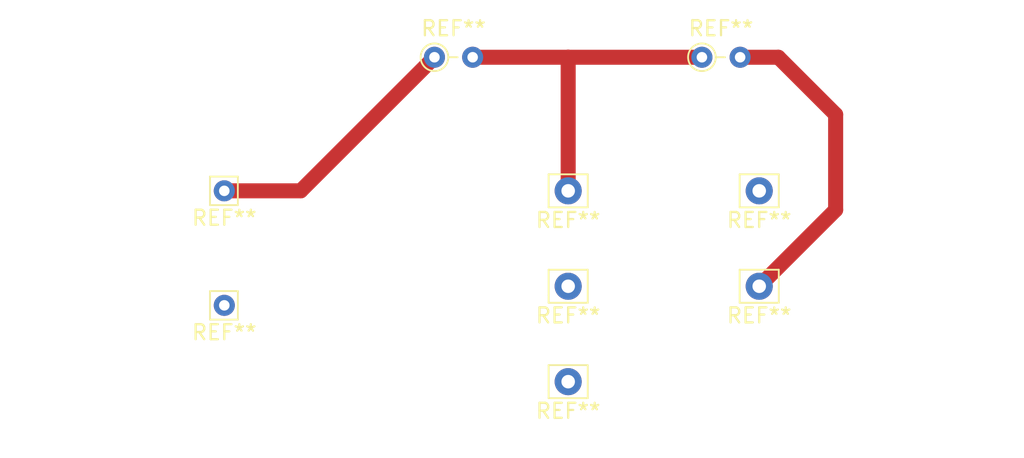
<source format=kicad_pcb>
(kicad_pcb (version 20171130) (host pcbnew "(5.1.4)-1")

  (general
    (thickness 1.6)
    (drawings 0)
    (tracks 9)
    (zones 0)
    (modules 9)
    (nets 3)
  )

  (page A4)
  (layers
    (0 F.Cu signal)
    (31 B.Cu signal)
    (32 B.Adhes user)
    (33 F.Adhes user)
    (34 B.Paste user)
    (35 F.Paste user)
    (36 B.SilkS user)
    (37 F.SilkS user)
    (38 B.Mask user)
    (39 F.Mask user)
    (40 Dwgs.User user)
    (41 Cmts.User user)
    (42 Eco1.User user)
    (43 Eco2.User user)
    (44 Edge.Cuts user)
    (45 Margin user)
    (46 B.CrtYd user)
    (47 F.CrtYd user)
    (48 B.Fab user)
    (49 F.Fab user)
  )

  (setup
    (last_trace_width 0.25)
    (user_trace_width 1)
    (trace_clearance 0.2)
    (zone_clearance 0.508)
    (zone_45_only no)
    (trace_min 0.2)
    (via_size 0.8)
    (via_drill 0.4)
    (via_min_size 0.4)
    (via_min_drill 0.3)
    (uvia_size 0.3)
    (uvia_drill 0.1)
    (uvias_allowed no)
    (uvia_min_size 0.2)
    (uvia_min_drill 0.1)
    (edge_width 0.05)
    (segment_width 0.2)
    (pcb_text_width 0.3)
    (pcb_text_size 1.5 1.5)
    (mod_edge_width 0.12)
    (mod_text_size 1 1)
    (mod_text_width 0.15)
    (pad_size 1.524 1.524)
    (pad_drill 0.762)
    (pad_to_mask_clearance 0.051)
    (solder_mask_min_width 0.25)
    (aux_axis_origin 0 0)
    (visible_elements 7FFFFFFF)
    (pcbplotparams
      (layerselection 0x010fc_ffffffff)
      (usegerberextensions false)
      (usegerberattributes false)
      (usegerberadvancedattributes false)
      (creategerberjobfile false)
      (excludeedgelayer true)
      (linewidth 0.100000)
      (plotframeref false)
      (viasonmask false)
      (mode 1)
      (useauxorigin false)
      (hpglpennumber 1)
      (hpglpenspeed 20)
      (hpglpendiameter 15.000000)
      (psnegative false)
      (psa4output false)
      (plotreference true)
      (plotvalue true)
      (plotinvisibletext false)
      (padsonsilk false)
      (subtractmaskfromsilk false)
      (outputformat 1)
      (mirror false)
      (drillshape 1)
      (scaleselection 1)
      (outputdirectory ""))
  )

  (net 0 "")
  (net 1 "Net-(R1-Pad1)")
  (net 2 GND)

  (net_class Default "Esta es la clase de red por defecto."
    (clearance 0.2)
    (trace_width 0.25)
    (via_dia 0.8)
    (via_drill 0.4)
    (uvia_dia 0.3)
    (uvia_drill 0.1)
  )

  (module Connector_Pin:Pin_D0.9mm_L10.0mm_W2.4mm_FlatFork (layer F.Cu) (tedit 5A1DC084) (tstamp 5DB9C0DF)
    (at 139.7 99.06)
    (descr "solder Pin_ with flat fork, hole diameter 0.9mm, length 10.0mm, width 2.4mm")
    (tags "solder Pin_ with flat fork")
    (fp_text reference REF** (at 0 1.95) (layer F.SilkS)
      (effects (font (size 1 1) (thickness 0.15)))
    )
    (fp_text value Pin_D0.9mm_L10.0mm_W2.4mm_FlatFork (at 0 -2.05) (layer F.Fab)
      (effects (font (size 1 1) (thickness 0.15)))
    )
    (fp_line (start 1.7 1.4) (end -1.7 1.4) (layer F.CrtYd) (width 0.05))
    (fp_line (start 1.7 1.4) (end 1.7 -1.4) (layer F.CrtYd) (width 0.05))
    (fp_line (start -1.7 -1.4) (end -1.7 1.4) (layer F.CrtYd) (width 0.05))
    (fp_line (start -1.7 -1.4) (end 1.7 -1.4) (layer F.CrtYd) (width 0.05))
    (fp_line (start 1.2 -0.25) (end -1.2 -0.25) (layer F.Fab) (width 0.12))
    (fp_line (start 1.2 0.25) (end 1.2 -0.25) (layer F.Fab) (width 0.12))
    (fp_line (start -1.2 0.25) (end 1.2 0.25) (layer F.Fab) (width 0.12))
    (fp_line (start -1.2 -0.25) (end -1.2 0.25) (layer F.Fab) (width 0.12))
    (fp_line (start 1.3 -1.1) (end -1.3 -1.1) (layer F.SilkS) (width 0.12))
    (fp_line (start 1.3 1.1) (end 1.3 -1.1) (layer F.SilkS) (width 0.12))
    (fp_line (start -1.3 1.1) (end 1.3 1.1) (layer F.SilkS) (width 0.12))
    (fp_line (start -1.3 0.6) (end -1.3 1.1) (layer F.SilkS) (width 0.12))
    (fp_line (start -1.3 -1.1) (end -1.3 0.6) (layer F.SilkS) (width 0.12))
    (fp_text user %R (at 0 1.95) (layer F.Fab)
      (effects (font (size 1 1) (thickness 0.15)))
    )
    (pad 1 thru_hole circle (at 0 0) (size 1.8 1.8) (drill 0.9) (layers *.Cu *.Mask))
    (model ${KISYS3DMOD}/Connector_Pin.3dshapes/Pin_D0.9mm_L10.0mm_W2.4mm_FlatFork.wrl
      (at (xyz 0 0 0))
      (scale (xyz 1 1 1))
      (rotate (xyz 0 0 0))
    )
  )

  (module Connector_Pin:Pin_D0.9mm_L10.0mm_W2.4mm_FlatFork (layer F.Cu) (tedit 5A1DC084) (tstamp 5DB9C096)
    (at 152.4 86.36)
    (descr "solder Pin_ with flat fork, hole diameter 0.9mm, length 10.0mm, width 2.4mm")
    (tags "solder Pin_ with flat fork")
    (fp_text reference REF** (at 0 1.95) (layer F.SilkS)
      (effects (font (size 1 1) (thickness 0.15)))
    )
    (fp_text value Pin_D0.9mm_L10.0mm_W2.4mm_FlatFork (at 0 -2.05) (layer F.Fab)
      (effects (font (size 1 1) (thickness 0.15)))
    )
    (fp_line (start 1.7 1.4) (end -1.7 1.4) (layer F.CrtYd) (width 0.05))
    (fp_line (start 1.7 1.4) (end 1.7 -1.4) (layer F.CrtYd) (width 0.05))
    (fp_line (start -1.7 -1.4) (end -1.7 1.4) (layer F.CrtYd) (width 0.05))
    (fp_line (start -1.7 -1.4) (end 1.7 -1.4) (layer F.CrtYd) (width 0.05))
    (fp_line (start 1.2 -0.25) (end -1.2 -0.25) (layer F.Fab) (width 0.12))
    (fp_line (start 1.2 0.25) (end 1.2 -0.25) (layer F.Fab) (width 0.12))
    (fp_line (start -1.2 0.25) (end 1.2 0.25) (layer F.Fab) (width 0.12))
    (fp_line (start -1.2 -0.25) (end -1.2 0.25) (layer F.Fab) (width 0.12))
    (fp_line (start 1.3 -1.1) (end -1.3 -1.1) (layer F.SilkS) (width 0.12))
    (fp_line (start 1.3 1.1) (end 1.3 -1.1) (layer F.SilkS) (width 0.12))
    (fp_line (start -1.3 1.1) (end 1.3 1.1) (layer F.SilkS) (width 0.12))
    (fp_line (start -1.3 0.6) (end -1.3 1.1) (layer F.SilkS) (width 0.12))
    (fp_line (start -1.3 -1.1) (end -1.3 0.6) (layer F.SilkS) (width 0.12))
    (fp_text user %R (at 0 1.95) (layer F.Fab)
      (effects (font (size 1 1) (thickness 0.15)))
    )
    (pad 1 thru_hole circle (at 0 0) (size 1.8 1.8) (drill 0.9) (layers *.Cu *.Mask))
    (model ${KISYS3DMOD}/Connector_Pin.3dshapes/Pin_D0.9mm_L10.0mm_W2.4mm_FlatFork.wrl
      (at (xyz 0 0 0))
      (scale (xyz 1 1 1))
      (rotate (xyz 0 0 0))
    )
  )

  (module Connector_Pin:Pin_D0.9mm_L10.0mm_W2.4mm_FlatFork (layer F.Cu) (tedit 5A1DC084) (tstamp 5DB9C036)
    (at 152.4 92.71)
    (descr "solder Pin_ with flat fork, hole diameter 0.9mm, length 10.0mm, width 2.4mm")
    (tags "solder Pin_ with flat fork")
    (fp_text reference REF** (at 0 1.95) (layer F.SilkS)
      (effects (font (size 1 1) (thickness 0.15)))
    )
    (fp_text value Pin_D0.9mm_L10.0mm_W2.4mm_FlatFork (at 0 -2.05) (layer F.Fab)
      (effects (font (size 1 1) (thickness 0.15)))
    )
    (fp_line (start 1.7 1.4) (end -1.7 1.4) (layer F.CrtYd) (width 0.05))
    (fp_line (start 1.7 1.4) (end 1.7 -1.4) (layer F.CrtYd) (width 0.05))
    (fp_line (start -1.7 -1.4) (end -1.7 1.4) (layer F.CrtYd) (width 0.05))
    (fp_line (start -1.7 -1.4) (end 1.7 -1.4) (layer F.CrtYd) (width 0.05))
    (fp_line (start 1.2 -0.25) (end -1.2 -0.25) (layer F.Fab) (width 0.12))
    (fp_line (start 1.2 0.25) (end 1.2 -0.25) (layer F.Fab) (width 0.12))
    (fp_line (start -1.2 0.25) (end 1.2 0.25) (layer F.Fab) (width 0.12))
    (fp_line (start -1.2 -0.25) (end -1.2 0.25) (layer F.Fab) (width 0.12))
    (fp_line (start 1.3 -1.1) (end -1.3 -1.1) (layer F.SilkS) (width 0.12))
    (fp_line (start 1.3 1.1) (end 1.3 -1.1) (layer F.SilkS) (width 0.12))
    (fp_line (start -1.3 1.1) (end 1.3 1.1) (layer F.SilkS) (width 0.12))
    (fp_line (start -1.3 0.6) (end -1.3 1.1) (layer F.SilkS) (width 0.12))
    (fp_line (start -1.3 -1.1) (end -1.3 0.6) (layer F.SilkS) (width 0.12))
    (fp_text user %R (at 0 1.95) (layer F.Fab)
      (effects (font (size 1 1) (thickness 0.15)))
    )
    (pad 1 thru_hole circle (at 0 0) (size 1.8 1.8) (drill 0.9) (layers *.Cu *.Mask))
    (model ${KISYS3DMOD}/Connector_Pin.3dshapes/Pin_D0.9mm_L10.0mm_W2.4mm_FlatFork.wrl
      (at (xyz 0 0 0))
      (scale (xyz 1 1 1))
      (rotate (xyz 0 0 0))
    )
  )

  (module Connector_Pin:Pin_D0.9mm_L10.0mm_W2.4mm_FlatFork (layer F.Cu) (tedit 5A1DC084) (tstamp 5DB9BFED)
    (at 139.7 92.71)
    (descr "solder Pin_ with flat fork, hole diameter 0.9mm, length 10.0mm, width 2.4mm")
    (tags "solder Pin_ with flat fork")
    (fp_text reference REF** (at 0 1.95) (layer F.SilkS)
      (effects (font (size 1 1) (thickness 0.15)))
    )
    (fp_text value Pin_D0.9mm_L10.0mm_W2.4mm_FlatFork (at 0 -2.05) (layer F.Fab)
      (effects (font (size 1 1) (thickness 0.15)))
    )
    (fp_line (start 1.7 1.4) (end -1.7 1.4) (layer F.CrtYd) (width 0.05))
    (fp_line (start 1.7 1.4) (end 1.7 -1.4) (layer F.CrtYd) (width 0.05))
    (fp_line (start -1.7 -1.4) (end -1.7 1.4) (layer F.CrtYd) (width 0.05))
    (fp_line (start -1.7 -1.4) (end 1.7 -1.4) (layer F.CrtYd) (width 0.05))
    (fp_line (start 1.2 -0.25) (end -1.2 -0.25) (layer F.Fab) (width 0.12))
    (fp_line (start 1.2 0.25) (end 1.2 -0.25) (layer F.Fab) (width 0.12))
    (fp_line (start -1.2 0.25) (end 1.2 0.25) (layer F.Fab) (width 0.12))
    (fp_line (start -1.2 -0.25) (end -1.2 0.25) (layer F.Fab) (width 0.12))
    (fp_line (start 1.3 -1.1) (end -1.3 -1.1) (layer F.SilkS) (width 0.12))
    (fp_line (start 1.3 1.1) (end 1.3 -1.1) (layer F.SilkS) (width 0.12))
    (fp_line (start -1.3 1.1) (end 1.3 1.1) (layer F.SilkS) (width 0.12))
    (fp_line (start -1.3 0.6) (end -1.3 1.1) (layer F.SilkS) (width 0.12))
    (fp_line (start -1.3 -1.1) (end -1.3 0.6) (layer F.SilkS) (width 0.12))
    (fp_text user %R (at 0 1.95) (layer F.Fab)
      (effects (font (size 1 1) (thickness 0.15)))
    )
    (pad 1 thru_hole circle (at 0 0) (size 1.8 1.8) (drill 0.9) (layers *.Cu *.Mask))
    (model ${KISYS3DMOD}/Connector_Pin.3dshapes/Pin_D0.9mm_L10.0mm_W2.4mm_FlatFork.wrl
      (at (xyz 0 0 0))
      (scale (xyz 1 1 1))
      (rotate (xyz 0 0 0))
    )
  )

  (module Connector_Pin:Pin_D0.9mm_L10.0mm_W2.4mm_FlatFork (layer F.Cu) (tedit 5A1DC084) (tstamp 5DB9BFA4)
    (at 139.7 86.36)
    (descr "solder Pin_ with flat fork, hole diameter 0.9mm, length 10.0mm, width 2.4mm")
    (tags "solder Pin_ with flat fork")
    (fp_text reference REF** (at 0 1.95) (layer F.SilkS)
      (effects (font (size 1 1) (thickness 0.15)))
    )
    (fp_text value Pin_D0.9mm_L10.0mm_W2.4mm_FlatFork (at 0 -2.05) (layer F.Fab)
      (effects (font (size 1 1) (thickness 0.15)))
    )
    (fp_line (start 1.7 1.4) (end -1.7 1.4) (layer F.CrtYd) (width 0.05))
    (fp_line (start 1.7 1.4) (end 1.7 -1.4) (layer F.CrtYd) (width 0.05))
    (fp_line (start -1.7 -1.4) (end -1.7 1.4) (layer F.CrtYd) (width 0.05))
    (fp_line (start -1.7 -1.4) (end 1.7 -1.4) (layer F.CrtYd) (width 0.05))
    (fp_line (start 1.2 -0.25) (end -1.2 -0.25) (layer F.Fab) (width 0.12))
    (fp_line (start 1.2 0.25) (end 1.2 -0.25) (layer F.Fab) (width 0.12))
    (fp_line (start -1.2 0.25) (end 1.2 0.25) (layer F.Fab) (width 0.12))
    (fp_line (start -1.2 -0.25) (end -1.2 0.25) (layer F.Fab) (width 0.12))
    (fp_line (start 1.3 -1.1) (end -1.3 -1.1) (layer F.SilkS) (width 0.12))
    (fp_line (start 1.3 1.1) (end 1.3 -1.1) (layer F.SilkS) (width 0.12))
    (fp_line (start -1.3 1.1) (end 1.3 1.1) (layer F.SilkS) (width 0.12))
    (fp_line (start -1.3 0.6) (end -1.3 1.1) (layer F.SilkS) (width 0.12))
    (fp_line (start -1.3 -1.1) (end -1.3 0.6) (layer F.SilkS) (width 0.12))
    (fp_text user %R (at 0 1.95) (layer F.Fab)
      (effects (font (size 1 1) (thickness 0.15)))
    )
    (pad 1 thru_hole circle (at 0 0) (size 1.8 1.8) (drill 0.9) (layers *.Cu *.Mask))
    (model ${KISYS3DMOD}/Connector_Pin.3dshapes/Pin_D0.9mm_L10.0mm_W2.4mm_FlatFork.wrl
      (at (xyz 0 0 0))
      (scale (xyz 1 1 1))
      (rotate (xyz 0 0 0))
    )
  )

  (module Connector_Pin:Pin_D0.7mm_L6.5mm_W1.8mm_FlatFork (layer F.Cu) (tedit 5A1DC084) (tstamp 5DB9BAD8)
    (at 116.84 93.98)
    (descr "solder Pin_ with flat fork, hole diameter 0.7mm, length 6.5mm, width 1.8mm")
    (tags "solder Pin_ with flat fork")
    (fp_text reference REF** (at 0 1.8) (layer F.SilkS)
      (effects (font (size 1 1) (thickness 0.15)))
    )
    (fp_text value Pin_D0.7mm_L6.5mm_W1.8mm_FlatFork (at 0 -1.8) (layer F.Fab)
      (effects (font (size 1 1) (thickness 0.15)))
    )
    (fp_line (start 1.35 1.2) (end -1.4 1.2) (layer F.CrtYd) (width 0.05))
    (fp_line (start 1.35 1.2) (end 1.35 -1.2) (layer F.CrtYd) (width 0.05))
    (fp_line (start -1.4 -1.2) (end -1.4 1.2) (layer F.CrtYd) (width 0.05))
    (fp_line (start -1.4 -1.2) (end 1.35 -1.2) (layer F.CrtYd) (width 0.05))
    (fp_line (start -0.9 0.25) (end -0.9 -0.25) (layer F.Fab) (width 0.12))
    (fp_line (start 0.85 0.25) (end -0.9 0.25) (layer F.Fab) (width 0.12))
    (fp_line (start 0.85 -0.25) (end 0.85 0.25) (layer F.Fab) (width 0.12))
    (fp_line (start -0.9 -0.25) (end 0.85 -0.25) (layer F.Fab) (width 0.12))
    (fp_line (start 0.9 -0.95) (end -0.95 -0.95) (layer F.SilkS) (width 0.12))
    (fp_line (start 0.9 -0.9) (end 0.9 -0.95) (layer F.SilkS) (width 0.12))
    (fp_line (start 0.9 0.95) (end 0.9 -0.9) (layer F.SilkS) (width 0.12))
    (fp_line (start -0.95 0.95) (end 0.9 0.95) (layer F.SilkS) (width 0.12))
    (fp_line (start -0.95 -0.95) (end -0.95 0.95) (layer F.SilkS) (width 0.12))
    (fp_text user %R (at 0 1.8) (layer F.Fab)
      (effects (font (size 1 1) (thickness 0.15)))
    )
    (pad 1 thru_hole circle (at 0 0) (size 1.4 1.4) (drill 0.7) (layers *.Cu *.Mask))
    (model ${KISYS3DMOD}/Connector_Pin.3dshapes/Pin_D0.7mm_L6.5mm_W1.8mm_FlatFork.wrl
      (at (xyz 0 0 0))
      (scale (xyz 1 1 1))
      (rotate (xyz 0 0 0))
    )
  )

  (module Connector_Pin:Pin_D0.7mm_L6.5mm_W1.8mm_FlatFork (layer F.Cu) (tedit 5A1DC084) (tstamp 5DB9BA8F)
    (at 116.84 86.36)
    (descr "solder Pin_ with flat fork, hole diameter 0.7mm, length 6.5mm, width 1.8mm")
    (tags "solder Pin_ with flat fork")
    (fp_text reference REF** (at 0 1.8) (layer F.SilkS)
      (effects (font (size 1 1) (thickness 0.15)))
    )
    (fp_text value Pin_D0.7mm_L6.5mm_W1.8mm_FlatFork (at 0 -1.8) (layer F.Fab)
      (effects (font (size 1 1) (thickness 0.15)))
    )
    (fp_line (start 1.35 1.2) (end -1.4 1.2) (layer F.CrtYd) (width 0.05))
    (fp_line (start 1.35 1.2) (end 1.35 -1.2) (layer F.CrtYd) (width 0.05))
    (fp_line (start -1.4 -1.2) (end -1.4 1.2) (layer F.CrtYd) (width 0.05))
    (fp_line (start -1.4 -1.2) (end 1.35 -1.2) (layer F.CrtYd) (width 0.05))
    (fp_line (start -0.9 0.25) (end -0.9 -0.25) (layer F.Fab) (width 0.12))
    (fp_line (start 0.85 0.25) (end -0.9 0.25) (layer F.Fab) (width 0.12))
    (fp_line (start 0.85 -0.25) (end 0.85 0.25) (layer F.Fab) (width 0.12))
    (fp_line (start -0.9 -0.25) (end 0.85 -0.25) (layer F.Fab) (width 0.12))
    (fp_line (start 0.9 -0.95) (end -0.95 -0.95) (layer F.SilkS) (width 0.12))
    (fp_line (start 0.9 -0.9) (end 0.9 -0.95) (layer F.SilkS) (width 0.12))
    (fp_line (start 0.9 0.95) (end 0.9 -0.9) (layer F.SilkS) (width 0.12))
    (fp_line (start -0.95 0.95) (end 0.9 0.95) (layer F.SilkS) (width 0.12))
    (fp_line (start -0.95 -0.95) (end -0.95 0.95) (layer F.SilkS) (width 0.12))
    (fp_text user %R (at 0 1.8) (layer F.Fab)
      (effects (font (size 1 1) (thickness 0.15)))
    )
    (pad 1 thru_hole circle (at 0 0) (size 1.4 1.4) (drill 0.7) (layers *.Cu *.Mask))
    (model ${KISYS3DMOD}/Connector_Pin.3dshapes/Pin_D0.7mm_L6.5mm_W1.8mm_FlatFork.wrl
      (at (xyz 0 0 0))
      (scale (xyz 1 1 1))
      (rotate (xyz 0 0 0))
    )
  )

  (module Resistor_THT:R_Axial_DIN0204_L3.6mm_D1.6mm_P2.54mm_Vertical (layer F.Cu) (tedit 5AE5139B) (tstamp 5DB9B9EC)
    (at 148.59 77.47)
    (descr "Resistor, Axial_DIN0204 series, Axial, Vertical, pin pitch=2.54mm, 0.167W, length*diameter=3.6*1.6mm^2, http://cdn-reichelt.de/documents/datenblatt/B400/1_4W%23YAG.pdf")
    (tags "Resistor Axial_DIN0204 series Axial Vertical pin pitch 2.54mm 0.167W length 3.6mm diameter 1.6mm")
    (fp_text reference REF** (at 1.27 -1.92) (layer F.SilkS)
      (effects (font (size 1 1) (thickness 0.15)))
    )
    (fp_text value R_Axial_DIN0204_L3.6mm_D1.6mm_P2.54mm_Vertical (at 1.27 1.92) (layer F.Fab)
      (effects (font (size 1 1) (thickness 0.15)))
    )
    (fp_text user %R (at 1.27 -1.92) (layer F.Fab)
      (effects (font (size 1 1) (thickness 0.15)))
    )
    (fp_line (start 3.49 -1.05) (end -1.05 -1.05) (layer F.CrtYd) (width 0.05))
    (fp_line (start 3.49 1.05) (end 3.49 -1.05) (layer F.CrtYd) (width 0.05))
    (fp_line (start -1.05 1.05) (end 3.49 1.05) (layer F.CrtYd) (width 0.05))
    (fp_line (start -1.05 -1.05) (end -1.05 1.05) (layer F.CrtYd) (width 0.05))
    (fp_line (start 0.92 0) (end 1.54 0) (layer F.SilkS) (width 0.12))
    (fp_line (start 0 0) (end 2.54 0) (layer F.Fab) (width 0.1))
    (fp_circle (center 0 0) (end 0.92 0) (layer F.SilkS) (width 0.12))
    (fp_circle (center 0 0) (end 0.8 0) (layer F.Fab) (width 0.1))
    (pad 2 thru_hole oval (at 2.54 0) (size 1.4 1.4) (drill 0.7) (layers *.Cu *.Mask))
    (pad 1 thru_hole circle (at 0 0) (size 1.4 1.4) (drill 0.7) (layers *.Cu *.Mask))
    (model ${KISYS3DMOD}/Resistor_THT.3dshapes/R_Axial_DIN0204_L3.6mm_D1.6mm_P2.54mm_Vertical.wrl
      (at (xyz 0 0 0))
      (scale (xyz 1 1 1))
      (rotate (xyz 0 0 0))
    )
  )

  (module Resistor_THT:R_Axial_DIN0204_L3.6mm_D1.6mm_P2.54mm_Vertical (layer F.Cu) (tedit 5AE5139B) (tstamp 5DB9B9B3)
    (at 130.81 77.47)
    (descr "Resistor, Axial_DIN0204 series, Axial, Vertical, pin pitch=2.54mm, 0.167W, length*diameter=3.6*1.6mm^2, http://cdn-reichelt.de/documents/datenblatt/B400/1_4W%23YAG.pdf")
    (tags "Resistor Axial_DIN0204 series Axial Vertical pin pitch 2.54mm 0.167W length 3.6mm diameter 1.6mm")
    (fp_text reference REF** (at 1.27 -1.92) (layer F.SilkS)
      (effects (font (size 1 1) (thickness 0.15)))
    )
    (fp_text value R_Axial_DIN0204_L3.6mm_D1.6mm_P2.54mm_Vertical (at 1.27 1.92) (layer F.Fab)
      (effects (font (size 1 1) (thickness 0.15)))
    )
    (fp_text user %R (at 1.27 -1.92) (layer F.Fab)
      (effects (font (size 1 1) (thickness 0.15)))
    )
    (fp_line (start 3.49 -1.05) (end -1.05 -1.05) (layer F.CrtYd) (width 0.05))
    (fp_line (start 3.49 1.05) (end 3.49 -1.05) (layer F.CrtYd) (width 0.05))
    (fp_line (start -1.05 1.05) (end 3.49 1.05) (layer F.CrtYd) (width 0.05))
    (fp_line (start -1.05 -1.05) (end -1.05 1.05) (layer F.CrtYd) (width 0.05))
    (fp_line (start 0.92 0) (end 1.54 0) (layer F.SilkS) (width 0.12))
    (fp_line (start 0 0) (end 2.54 0) (layer F.Fab) (width 0.1))
    (fp_circle (center 0 0) (end 0.92 0) (layer F.SilkS) (width 0.12))
    (fp_circle (center 0 0) (end 0.8 0) (layer F.Fab) (width 0.1))
    (pad 2 thru_hole oval (at 2.54 0) (size 1.4 1.4) (drill 0.7) (layers *.Cu *.Mask))
    (pad 1 thru_hole circle (at 0 0) (size 1.4 1.4) (drill 0.7) (layers *.Cu *.Mask))
    (model ${KISYS3DMOD}/Resistor_THT.3dshapes/R_Axial_DIN0204_L3.6mm_D1.6mm_P2.54mm_Vertical.wrl
      (at (xyz 0 0 0))
      (scale (xyz 1 1 1))
      (rotate (xyz 0 0 0))
    )
  )

  (segment (start 121.92 86.36) (end 130.81 77.47) (width 1) (layer F.Cu) (net 0))
  (segment (start 116.84 86.36) (end 121.92 86.36) (width 1) (layer F.Cu) (net 0))
  (segment (start 151.13 77.47) (end 153.67 77.47) (width 1) (layer F.Cu) (net 0))
  (segment (start 153.67 77.47) (end 157.48 81.28) (width 1) (layer F.Cu) (net 0))
  (segment (start 157.48 87.63) (end 152.4 92.71) (width 1) (layer F.Cu) (net 0))
  (segment (start 157.48 81.28) (end 157.48 87.63) (width 1) (layer F.Cu) (net 0))
  (segment (start 139.7 86.36) (end 139.7 77.47) (width 1) (layer F.Cu) (net 0))
  (segment (start 133.35 77.47) (end 139.7 77.47) (width 1) (layer F.Cu) (net 0))
  (segment (start 139.7 77.47) (end 148.59 77.47) (width 1) (layer F.Cu) (net 0))

  (zone (net 2) (net_name GND) (layer F.Cu) (tstamp 0) (hatch edge 0.508)
    (connect_pads (clearance 0.508))
    (min_thickness 0.254)
    (fill yes (arc_segments 32) (thermal_gap 0.508) (thermal_bridge_width 0.508))
    (polygon
      (pts
        (xy 114.3 73.66) (xy 160.02 73.66) (xy 160.02 104.14) (xy 114.3 104.14) (xy 114.3 81.28)
      )
    )
  )
  (zone (net 1) (net_name "Net-(R1-Pad1)") (layer F.Cu) (tstamp 0) (hatch edge 0.508)
    (connect_pads (clearance 0.508))
    (min_thickness 0.254)
    (fill yes (arc_segments 32) (thermal_gap 0.508) (thermal_bridge_width 0.508))
    (polygon
      (pts
        (xy 114.3 73.66) (xy 160.02 73.66) (xy 160.02 104.14) (xy 114.3 104.14)
      )
    )
  )
  (zone (net 2) (net_name GND) (layer F.Cu) (tstamp 0) (hatch full 0.508)
    (connect_pads (clearance 0.508))
    (min_thickness 0.254)
    (fill yes (arc_segments 32) (thermal_gap 0.508) (thermal_bridge_width 0.508))
    (polygon
      (pts
        (xy 114.3 73.66) (xy 160.02 73.66) (xy 160.02 104.14) (xy 114.3 104.14)
      )
    )
  )
  (zone (net 2) (net_name GND) (layer F.Cu) (tstamp 0) (hatch edge 0.508)
    (connect_pads (clearance 0.508))
    (min_thickness 0.254)
    (fill yes (arc_segments 32) (thermal_gap 0.508) (thermal_bridge_width 0.508))
    (polygon
      (pts
        (xy 114.3 104.14) (xy 160.02 104.14) (xy 160.02 73.66) (xy 114.3 73.66)
      )
    )
  )
)

</source>
